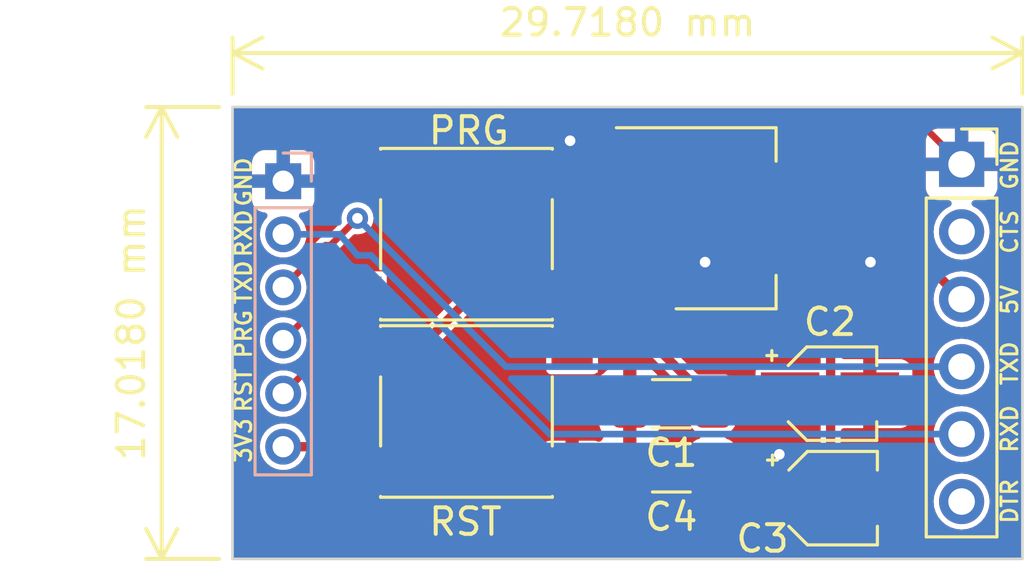
<source format=kicad_pcb>
(kicad_pcb (version 20221018) (generator pcbnew)
  (layers (0 "F.Cu" signal) (31 "B.Cu" signal) (34 "B.Paste" user) (35 "F.Paste" user) (36 "B.SilkS" user "B.Silkscreen") (37 "F.SilkS" user "F.Silkscreen") (38 "B.Mask" user) (39 "F.Mask" user) (44 "Edge.Cuts" user))
  (net 0 "")
  (net 1 "5V")
  (net 2 "GND")
  (net 3 "3V3")
  (net 4 "RXD")
  (net 5 "TXD")
  (net 6 "PRG")
  (net 7 "RST")
  (net 8 "CTS")
  (net 9 "DTR")
  (footprint "Capacitor_SMD:C_1206_3216Metric_Pad1.33x1.80mm_HandSolder" (layer "F.Cu") (at 129.921 102.87 180)
    (fp_text reference "C4" (at 0 -1.85) (layer "F.SilkS"))
    (fp_text value "100nf")
    (fp_line (start -0.711252 -0.91) (end 0.711252 -0.91) (stroke (width 0.12)) (layer "F.SilkS"))
    (fp_line (start -0.711252 0.91) (end 0.711252 0.91) (stroke (width 0.12)) (layer "F.SilkS"))
    (pad "1" smd roundrect (at -1.5625 0 180) (size 1.325 1.8) (layers "F.Cu" "F.Paste" "F.Mask") (roundrect_rratio 0.1886792453) (net 3 "3V3"))
    (pad "2" smd roundrect (at 1.5625 0 180) (size 1.325 1.8) (layers "F.Cu" "F.Paste" "F.Mask") (roundrect_rratio 0.1886792453) (net 2 "GND"))
  )
  (footprint "Capacitor_SMD:CP_Elec_3x5.3" (layer "F.Cu") (at 135.89 100.076)
    (fp_text reference "C2" (at 0 -2.7) (layer "F.SilkS"))
    (fp_text value "10uF" hide)
    (fp_line (start -2.375 -1.435) (end -2 -1.435) (stroke (width 0.12)) (layer "F.SilkS"))
    (fp_line (start -2.1875 -1.6225) (end -2.1875 -1.2475) (stroke (width 0.12)) (layer "F.SilkS"))
    (fp_line (start -1.570563 -1.06) (end -0.870563 -1.76) (stroke (width 0.12)) (layer "F.SilkS"))
    (fp_line (start -1.570563 1.06) (end -0.870563 1.76) (stroke (width 0.12)) (layer "F.SilkS"))
    (fp_line (start -0.870563 -1.76) (end 1.76 -1.76) (stroke (width 0.12)) (layer "F.SilkS"))
    (fp_line (start -0.870563 1.76) (end 1.76 1.76) (stroke (width 0.12)) (layer "F.SilkS"))
    (fp_line (start 1.76 -1.76) (end 1.76 -1.06) (stroke (width 0.12)) (layer "F.SilkS"))
    (fp_line (start 1.76 1.76) (end 1.76 1.06) (stroke (width 0.12)) (layer "F.SilkS"))
    (pad "1" smd rect (at -1.5 0) (size 2.2 1.6) (layers "F.Cu" "F.Paste" "F.Mask") (net 1 "5V"))
    (pad "2" smd rect (at 1.5 0) (size 2.2 1.6) (layers "F.Cu" "F.Paste" "F.Mask") (net 2 "GND"))
  )
  (footprint "Button_Switch_SMD:SW_Push_1P1T_NO_6x6mm_H9.5mm" (layer "F.Cu") (at 122.212 100.747)
    (fp_text reference "RST" (at -0.038 4.155) (layer "F.SilkS"))
    (fp_text value "SW_Push" hide)
    (fp_line (start -3.23 -3.23) (end 3.23 -3.23) (stroke (width 0.12)) (layer "F.SilkS"))
    (fp_line (start -3.23 -3.2) (end -3.23 -3.23) (stroke (width 0.12)) (layer "F.SilkS"))
    (fp_line (start -3.23 -1.3) (end -3.23 1.3) (stroke (width 0.12)) (layer "F.SilkS"))
    (fp_line (start -3.23 3.23) (end -3.23 3.2) (stroke (width 0.12)) (layer "F.SilkS"))
    (fp_line (start -3.23 3.23) (end 3.23 3.23) (stroke (width 0.12)) (layer "F.SilkS"))
    (fp_line (start 3.23 -3.23) (end 3.23 -3.2) (stroke (width 0.12)) (layer "F.SilkS"))
    (fp_line (start 3.23 -1.3) (end 3.23 1.3) (stroke (width 0.12)) (layer "F.SilkS"))
    (fp_line (start 3.23 3.23) (end 3.23 3.2) (stroke (width 0.12)) (layer "F.SilkS"))
    (pad "1" smd rect (at -3.975 -2.25) (size 1.55 1.3) (layers "F.Cu" "F.Paste" "F.Mask") (net 7 "RST"))
    (pad "1" smd rect (at 3.975 -2.25) (size 1.55 1.3) (layers "F.Cu" "F.Paste" "F.Mask") (net 7 "RST"))
    (pad "2" smd rect (at -3.975 2.25) (size 1.55 1.3) (layers "F.Cu" "F.Paste" "F.Mask") (net 2 "GND"))
    (pad "2" smd rect (at 3.975 2.25) (size 1.55 1.3) (layers "F.Cu" "F.Paste" "F.Mask") (net 2 "GND"))
  )
  (footprint "Capacitor_SMD:CP_Elec_3x5.3" (layer "F.Cu") (at 135.914 104.013)
    (fp_text reference "C3" (at -2.564 1.524) (layer "F.SilkS"))
    (fp_text value "10uF" hide)
    (fp_line (start -2.375 -1.435) (end -2 -1.435) (stroke (width 0.12)) (layer "F.SilkS"))
    (fp_line (start -2.1875 -1.6225) (end -2.1875 -1.2475) (stroke (width 0.12)) (layer "F.SilkS"))
    (fp_line (start -1.570563 -1.06) (end -0.870563 -1.76) (stroke (width 0.12)) (layer "F.SilkS"))
    (fp_line (start -1.570563 1.06) (end -0.870563 1.76) (stroke (width 0.12)) (layer "F.SilkS"))
    (fp_line (start -0.870563 -1.76) (end 1.76 -1.76) (stroke (width 0.12)) (layer "F.SilkS"))
    (fp_line (start -0.870563 1.76) (end 1.76 1.76) (stroke (width 0.12)) (layer "F.SilkS"))
    (fp_line (start 1.76 -1.76) (end 1.76 -1.06) (stroke (width 0.12)) (layer "F.SilkS"))
    (fp_line (start 1.76 1.76) (end 1.76 1.06) (stroke (width 0.12)) (layer "F.SilkS"))
    (pad "1" smd rect (at -1.5 0) (size 2.2 1.6) (layers "F.Cu" "F.Paste" "F.Mask") (net 3 "3V3"))
    (pad "2" smd rect (at 1.5 0) (size 2.2 1.6) (layers "F.Cu" "F.Paste" "F.Mask") (net 2 "GND"))
  )
  (footprint "Button_Switch_SMD:SW_Push_1P1T_NO_6x6mm_H9.5mm" (layer "F.Cu") (at 122.212 94.071 180)
    (fp_text reference "PRG" (at -0.089 3.901) (layer "F.SilkS"))
    (fp_text value "SW_Push" hide)
    (fp_line (start -3.23 -3.23) (end 3.23 -3.23) (stroke (width 0.12)) (layer "F.SilkS"))
    (fp_line (start -3.23 -3.2) (end -3.23 -3.23) (stroke (width 0.12)) (layer "F.SilkS"))
    (fp_line (start -3.23 -1.3) (end -3.23 1.3) (stroke (width 0.12)) (layer "F.SilkS"))
    (fp_line (start -3.23 3.23) (end -3.23 3.2) (stroke (width 0.12)) (layer "F.SilkS"))
    (fp_line (start -3.23 3.23) (end 3.23 3.23) (stroke (width 0.12)) (layer "F.SilkS"))
    (fp_line (start 3.23 -3.23) (end 3.23 -3.2) (stroke (width 0.12)) (layer "F.SilkS"))
    (fp_line (start 3.23 -1.3) (end 3.23 1.3) (stroke (width 0.12)) (layer "F.SilkS"))
    (fp_line (start 3.23 3.23) (end 3.23 3.2) (stroke (width 0.12)) (layer "F.SilkS"))
    (pad "1" smd rect (at -3.975 -2.25 180) (size 1.55 1.3) (layers "F.Cu" "F.Paste" "F.Mask") (net 6 "PRG"))
    (pad "1" smd rect (at 3.975 -2.25 180) (size 1.55 1.3) (layers "F.Cu" "F.Paste" "F.Mask") (net 6 "PRG"))
    (pad "2" smd rect (at -3.975 2.25 180) (size 1.55 1.3) (layers "F.Cu" "F.Paste" "F.Mask") (net 2 "GND"))
    (pad "2" smd rect (at 3.975 2.25 180) (size 1.55 1.3) (layers "F.Cu" "F.Paste" "F.Mask") (net 2 "GND"))
  )
  (footprint "Connector_PinSocket_2.54mm:PinSocket_1x06_P2.54mm_Vertical" (layer "F.Cu") (at 140.843 91.44)
    (fp_text reference "J2" hide)
    (fp_text value "Conn_01x06_Pin" hide)
    (fp_line (start -1.33 1.27) (end -1.33 14.03) (stroke (width 0.12)) (layer "F.SilkS"))
    (fp_line (start -1.33 1.27) (end 1.33 1.27) (stroke (width 0.12)) (layer "F.SilkS"))
    (fp_line (start -1.33 14.03) (end 1.33 14.03) (stroke (width 0.12)) (layer "F.SilkS"))
    (fp_line (start 0 -1.33) (end 1.33 -1.33) (stroke (width 0.12)) (layer "F.SilkS"))
    (fp_line (start 1.33 -1.33) (end 1.33 0) (stroke (width 0.12)) (layer "F.SilkS"))
    (fp_line (start 1.33 1.27) (end 1.33 14.03) (stroke (width 0.12)) (layer "F.SilkS"))
    (pad "1" thru_hole rect (at 0 0) (size 1.7 1.7) (drill 1) (layers "*.Cu" "*.Mask") (net 2 "GND"))
    (pad "2" thru_hole oval (at 0 2.54) (size 1.7 1.7) (drill 1) (layers "*.Cu" "*.Mask") (net 8 "CTS"))
    (pad "3" thru_hole oval (at 0 5.08) (size 1.7 1.7) (drill 1) (layers "*.Cu" "*.Mask") (net 1 "5V"))
    (pad "4" thru_hole oval (at 0 7.62) (size 1.7 1.7) (drill 1) (layers "*.Cu" "*.Mask") (net 5 "TXD"))
    (pad "5" thru_hole oval (at 0 10.16) (size 1.7 1.7) (drill 1) (layers "*.Cu" "*.Mask") (net 4 "RXD"))
    (pad "6" thru_hole oval (at 0 12.7) (size 1.7 1.7) (drill 1) (layers "*.Cu" "*.Mask") (net 9 "DTR"))
  )
  (footprint "Package_TO_SOT_SMD:SOT-223-3_TabPin2" (layer "F.Cu") (at 131.953 93.472)
    (fp_text reference "U1" hide)
    (fp_text value "AMS1117-3.3")
    (fp_line (start -4.1 -3.41) (end 1.91 -3.41) (stroke (width 0.12)) (layer "F.SilkS"))
    (fp_line (start -1.85 3.41) (end 1.91 3.41) (stroke (width 0.12)) (layer "F.SilkS"))
    (fp_line (start 1.91 -3.41) (end 1.91 -2.15) (stroke (width 0.12)) (layer "F.SilkS"))
    (fp_line (start 1.91 3.41) (end 1.91 2.15) (stroke (width 0.12)) (layer "F.SilkS"))
    (pad "1" smd rect (at -3.15 -2.3) (size 2 1.5) (layers "F.Cu" "F.Paste" "F.Mask") (net 2 "GND"))
    (pad "2" smd rect (at -3.15 0) (size 2 1.5) (layers "F.Cu" "F.Paste" "F.Mask") (net 3 "3V3"))
    (pad "2" smd rect (at 3.15 0) (size 2 3.8) (layers "F.Cu" "F.Paste" "F.Mask") (net 3 "3V3"))
    (pad "3" smd rect (at -3.15 2.3) (size 2 1.5) (layers "F.Cu" "F.Paste" "F.Mask") (net 1 "5V"))
  )
  (footprint "Capacitor_SMD:C_1206_3216Metric_Pad1.33x1.80mm_HandSolder" (layer "F.Cu") (at 129.921 100.457 180)
    (fp_text reference "C1" (at 0 -1.85) (layer "F.SilkS"))
    (fp_text value "100nf")
    (fp_line (start -0.711252 -0.91) (end 0.711252 -0.91) (stroke (width 0.12)) (layer "F.SilkS"))
    (fp_line (start -0.711252 0.91) (end 0.711252 0.91) (stroke (width 0.12)) (layer "F.SilkS"))
    (pad "1" smd roundrect (at -1.5625 0 180) (size 1.325 1.8) (layers "F.Cu" "F.Paste" "F.Mask") (roundrect_rratio 0.1886792453) (net 1 "5V"))
    (pad "2" smd roundrect (at 1.5625 0 180) (size 1.325 1.8) (layers "F.Cu" "F.Paste" "F.Mask") (roundrect_rratio 0.1886792453) (net 2 "GND"))
  )
  (footprint "Connector_PinHeader_2.00mm:PinHeader_1x06_P2.00mm_Vertical" (layer "B.Cu") (at 115.316 92.075 180)
    (fp_text reference "J1" hide)
    (fp_text value "Conn_01x06_Pin" hide)
    (fp_line (start -1.06 -11.06) (end 1.06 -11.06) (stroke (width 0.12)) (layer "B.SilkS"))
    (fp_line (start -1.06 -1) (end -1.06 -11.06) (stroke (width 0.12)) (layer "B.SilkS"))
    (fp_line (start -1.06 -1) (end 1.06 -1) (stroke (width 0.12)) (layer "B.SilkS"))
    (fp_line (start -1.06 0) (end -1.06 1.06) (stroke (width 0.12)) (layer "B.SilkS"))
    (fp_line (start -1.06 1.06) (end 0 1.06) (stroke (width 0.12)) (layer "B.SilkS"))
    (fp_line (start 1.06 -1) (end 1.06 -11.06) (stroke (width 0.12)) (layer "B.SilkS"))
    (pad "1" thru_hole rect (at 0 0 180) (size 1.35 1.35) (drill 0.8) (layers "*.Cu" "*.Mask") (net 2 "GND"))
    (pad "2" thru_hole oval (at 0 -2 180) (size 1.35 1.35) (drill 0.8) (layers "*.Cu" "*.Mask") (net 4 "RXD"))
    (pad "3" thru_hole oval (at 0 -4 180) (size 1.35 1.35) (drill 0.8) (layers "*.Cu" "*.Mask") (net 5 "TXD"))
    (pad "4" thru_hole oval (at 0 -6 180) (size 1.35 1.35) (drill 0.8) (layers "*.Cu" "*.Mask") (net 6 "PRG"))
    (pad "5" thru_hole oval (at 0 -8 180) (size 1.35 1.35) (drill 0.8) (layers "*.Cu" "*.Mask") (net 7 "RST"))
    (pad "6" thru_hole oval (at 0 -10 180) (size 1.35 1.35) (drill 0.8) (layers "*.Cu" "*.Mask") (net 3 "3V3"))
  )
  (gr_rect (start 113.411 89.281) (end 143.129 106.299) (stroke (width 0.1)) (fill none) (layer "Edge.Cuts"))
  (gr_text "TXD" (at 114.173 96.774 90) (layer "F.SilkS") (effects (font (size 0.6 0.6) (thickness 0.11)) (justify left bottom)))
  (gr_text "RXD" (at 143.002 102.362 90) (layer "F.SilkS") (effects (font (size 0.6 0.6) (thickness 0.11)) (justify left bottom)))
  (gr_text "CTS" (at 143.002 94.869 90) (layer "F.SilkS") (effects (font (size 0.6 0.6) (thickness 0.11)) (justify left bottom)))
  (gr_text "3V3" (at 114.173 102.743 90) (layer "F.SilkS") (effects (font (size 0.6 0.6) (thickness 0.11)) (justify left bottom)))
  (gr_text "GND" (at 114.173 93.091 90) (layer "F.SilkS") (effects (font (size 0.6 0.6) (thickness 0.11)) (justify left bottom)))
  (gr_text "PRG" (at 114.173 98.806 90) (layer "F.SilkS") (effects (font (size 0.6 0.6) (thickness 0.11)) (justify left bottom)))
  (gr_text "5V" (at 143.002 97.155 90) (layer "F.SilkS") (effects (font (size 0.6 0.6) (thickness 0.11)) (justify left bottom)))
  (gr_text "RST" (at 114.173 100.838 90) (layer "F.SilkS") (effects (font (size 0.6 0.6) (thickness 0.11)) (justify left bottom)))
  (gr_text "GND" (at 143.002 92.456 90) (layer "F.SilkS") (effects (font (size 0.6 0.6) (thickness 0.11)) (justify left bottom)))
  (gr_text "RXD" (at 114.173 94.996 90) (layer "F.SilkS") (effects (font (size 0.6 0.6) (thickness 0.11)) (justify left bottom)))
  (gr_text "DTR" (at 143.002 105.029 90) (layer "F.SilkS") (effects (font (size 0.6 0.6) (thickness 0.11)) (justify left bottom)))
  (gr_text "TXD" (at 143.002 99.822 90) (layer "F.SilkS") (effects (font (size 0.6 0.6) (thickness 0.11)) (justify left bottom)))
  (dimension (type aligned) (layer "F.SilkS") (pts (xy 113.411 106.299) (xy 113.411 89.281)) (height -2.667) (gr_text "17,0180 mm" (at 109.594 97.79 90) (layer "F.SilkS") (effects (font (size 1 1) (thickness 0.15)))) (format (prefix "") (suffix "") (units 3) (units_format 1) (precision 4)) (style (thickness 0.15) (arrow_length 1.27) (text_position_mode 0) (extension_height 0.58642) (extension_offset 0.5) keep_text_aligned))
  (dimension (type aligned) (layer "F.SilkS") (pts (xy 113.411 89.281) (xy 143.129 89.281)) (height -2.032) (gr_text "29,7180 mm" (at 128.27 86.099) (layer "F.SilkS") (effects (font (size 1 1) (thickness 0.15)))) (format (prefix "") (suffix "") (units 3) (units_format 1) (precision 4)) (style (thickness 0.15) (arrow_length 1.27) (text_position_mode 0) (extension_height 0.58642) (extension_offset 0.5) keep_text_aligned))
  (segment (start 132.715 91.059) (end 132.715 91.96) (width 0.35) (layer "F.Cu") (net 1))
  (segment (start 132.842 90.932) (end 132.715 91.059) (width 0.25) (layer "F.Cu") (net 1))
  (segment (start 131.8645 100.076) (end 131.4835 100.457) (width 0.35) (layer "F.Cu") (net 1))
  (segment (start 137.414 90.932) (end 132.842 90.932) (width 0.35) (layer "F.Cu") (net 1))
  (segment (start 140.843 96.52) (end 137.414 93.091) (width 0.35) (layer "F.Cu") (net 1))
  (segment (start 128.903 95.772) (end 128.803 95.772) (width 0.25) (layer "F.Cu") (net 1))
  (segment (start 134.39 100.076) (end 131.8645 100.076) (width 0.35) (layer "F.Cu") (net 1))
  (segment (start 137.414 93.091) (end 137.414 90.932) (width 0.35) (layer "F.Cu") (net 1))
  (segment (start 128.803 95.772) (end 128.803 97.7765) (width 0.35) (layer "F.Cu") (net 1))
  (segment (start 132.715 91.96) (end 128.903 95.772) (width 0.35) (layer "F.Cu") (net 1))
  (segment (start 128.803 97.7765) (end 131.4835 100.457) (width 0.35) (layer "F.Cu") (net 1))
  (segment (start 130.81 90.17) (end 130.683 90.043) (width 0.25) (layer "F.Cu") (net 2))
  (segment (start 115.316 92.075) (end 117.983 92.075) (width 0.25) (layer "F.Cu") (net 2))
  (segment (start 128.3585 102.87) (end 130.6765 105.188) (width 0.35) (layer "F.Cu") (net 2))
  (segment (start 126.111 90.551) (end 126.111 91.745) (width 0.35) (layer "F.Cu") (net 2))
  (segment (start 137.414 95.123) (end 137.39 95.147) (width 0.25) (layer "F.Cu") (net 2))
  (segment (start 130.683 90.043) (end 129.554 91.172) (width 0.25) (layer "F.Cu") (net 2))
  (segment (start 126.187 102.997) (end 122.047 102.997) (width 0.25) (layer "F.Cu") (net 2))
  (segment (start 129.554 91.172) (end 128.803 91.172) (width 0.25) (layer "F.Cu") (net 2))
  (segment (start 139.573 90.17) (end 130.81 90.17) (width 0.25) (layer "F.Cu") (net 2))
  (segment (start 137.39 95.147) (end 137.39 98.171) (width 0.25) (layer "F.Cu") (net 2))
  (segment (start 140.843 91.44) (end 139.573 90.17) (width 0.25) (layer "F.Cu") (net 2))
  (segment (start 137.414 98.195) (end 137.39 98.219) (width 0.25) (layer "F.Cu") (net 2))
  (segment (start 128.803 91.172) (end 126.836 91.172) (width 0.25) (layer "F.Cu") (net 2))
  (segment (start 128.3585 100.457) (end 128.3585 102.87) (width 0.25) (layer "F.Cu") (net 2))
  (segment (start 126.314 102.87) (end 126.187 102.997) (width 0.25) (layer "F.Cu") (net 2))
  (segment (start 137.39 100.076) (end 137.39 103.989) (width 0.35) (layer "F.Cu") (net 2))
  (segment (start 126.836 91.172) (end 126.187 91.821) (width 0.25) (layer "F.Cu") (net 2))
  (segment (start 137.39 103.989) (end 137.414 104.013) (width 0.35) (layer "F.Cu") (net 2))
  (segment (start 118.237 91.821) (end 126.187 91.821) (width 0.25) (layer "F.Cu") (net 2))
  (segment (start 122.047 102.997) (end 118.237 102.997) (width 0.25) (layer "F.Cu") (net 2))
  (segment (start 137.39 98.219) (end 137.39 100.076) (width 0.25) (layer "F.Cu") (net 2))
  (segment (start 137.414 98.195) (end 137.39 98.171) (width 0.25) (layer "F.Cu") (net 2))
  (segment (start 126.111 91.745) (end 126.187 91.821) (width 0.35) (layer "F.Cu") (net 2))
  (segment (start 136.239 105.188) (end 137.414 104.013) (width 0.35) (layer "F.Cu") (net 2))
  (segment (start 128.3585 102.87) (end 126.314 102.87) (width 0.25) (layer "F.Cu") (net 2))
  (segment (start 130.6765 105.188) (end 136.239 105.188) (width 0.35) (layer "F.Cu") (net 2))
  (segment (start 117.983 92.075) (end 118.237 91.821) (width 0.25) (layer "F.Cu") (net 2))
  (via (at 131.191 95.123) (size 0.8) (drill 0.4) (layers "F.Cu" "B.Cu") (net 2))
  (via (at 137.414 95.123) (size 0.8) (drill 0.4) (layers "F.Cu" "B.Cu") (net 2))
  (via (at 126.111 90.551) (size 0.8) (drill 0.4) (layers "F.Cu" "B.Cu") (net 2))
  (via (at 133.985 102.362) (size 0.8) (drill 0.4) (layers "F.Cu" "B.Cu") (net 2))
  (segment (start 126.111 90.551) (end 126.238 90.551) (width 0.25) (layer "B.Cu") (net 2))
  (segment (start 131.318 95.123) (end 131.318 95.123) (width 0.25) (layer "B.Cu") (net 2))
  (segment (start 137.414 94.869) (end 137.414 95.123) (width 0.25) (layer "B.Cu") (net 2))
  (segment (start 125.337 93.472) (end 116.734 102.075) (width 0.35) (layer "F.Cu") (net 3))
  (segment (start 133.271 102.87) (end 134.414 104.013) (width 0.35) (layer "F.Cu") (net 3))
  (segment (start 135.103 93.472) (end 135.815 94.184) (width 0.25) (layer "F.Cu") (net 3))
  (segment (start 128.803 93.472) (end 125.337 93.472) (width 0.35) (layer "F.Cu") (net 3))
  (segment (start 135.915 102.512) (end 134.414 104.013) (width 0.35) (layer "F.Cu") (net 3))
  (segment (start 131.4835 102.87) (end 133.271 102.87) (width 0.35) (layer "F.Cu") (net 3))
  (segment (start 116.734 102.075) (end 115.316 102.075) (width 0.35) (layer "F.Cu") (net 3))
  (segment (start 135.915 94.284) (end 135.915 102.512) (width 0.35) (layer "F.Cu") (net 3))
  (segment (start 135.103 93.472) (end 135.915 94.284) (width 0.35) (layer "F.Cu") (net 3))
  (segment (start 117.443 94.075) (end 118.11 94.869) (width 0.25) (layer "B.Cu") (net 4))
  (segment (start 115.316 94.075) (end 117.443 94.075) (width 0.25) (layer "B.Cu") (net 4))
  (segment (start 140.843 101.6) (end 125.349 101.6) (width 0.25) (layer "B.Cu") (net 4))
  (segment (start 118.618 94.869) (end 118.11 94.869) (width 0.25) (layer "B.Cu") (net 4))
  (segment (start 125.349 101.6) (end 118.618 94.869) (width 0.25) (layer "B.Cu") (net 4))
  (segment (start 117.094 94.488) (end 118.11 93.472) (width 0.25) (layer "F.Cu") (net 5))
  (segment (start 116.903 94.488) (end 117.094 94.488) (width 0.25) (layer "F.Cu") (net 5))
  (segment (start 115.316 96.075) (end 116.903 94.488) (width 0.25) (layer "F.Cu") (net 5))
  (via (at 118.11 93.472) (size 0.8) (drill 0.4) (layers "F.Cu" "B.Cu") (net 5))
  (segment (start 123.698 99.06) (end 118.11 93.472) (width 0.25) (layer "B.Cu") (net 5))
  (segment (start 140.843 99.06) (end 123.698 99.06) (width 0.25) (layer "B.Cu") (net 5))
  (segment (start 118.237 96.321) (end 117.07 96.321) (width 0.25) (layer "F.Cu") (net 6))
  (segment (start 117.07 96.321) (end 115.316 98.075) (width 0.25) (layer "F.Cu") (net 6))
  (segment (start 116.894 98.497) (end 115.316 100.075) (width 0.25) (layer "F.Cu") (net 7))
  (segment (start 118.237 98.497) (end 116.894 98.497) (width 0.25) (layer "F.Cu") (net 7))
  (zone (net 2) (net_name "GND") (layers "F&B.Cu") (connect_pads (clearance 0.1)) (min_thickness 0.25) (fill yes (thermal_gap 0.5) (thermal_bridge_width 0.5))
    (polygon (pts (xy 113.411 89.281) (xy 143.129 89.281) (xy 143.129 106.299) (xy 113.411 106.324479)))
  )
)
</source>
